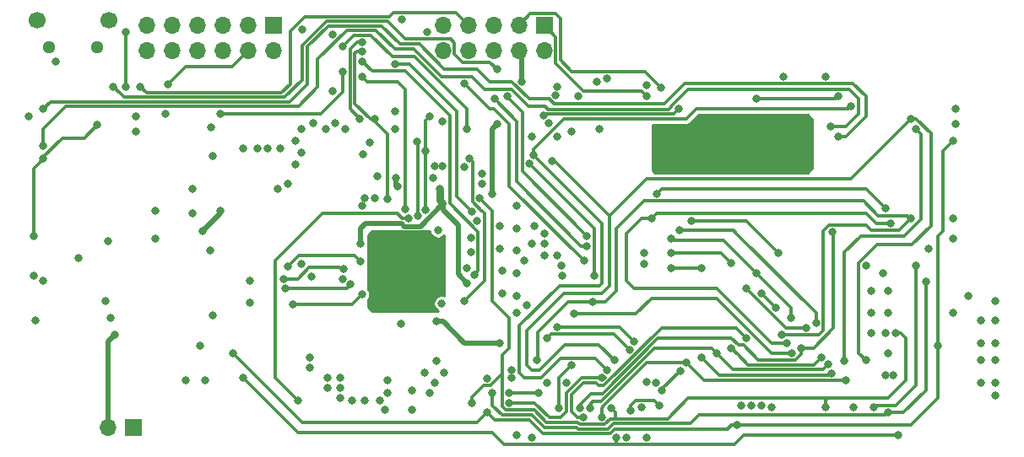
<source format=gbl>
%TF.GenerationSoftware,KiCad,Pcbnew,5.1.10*%
%TF.CreationDate,2021-08-25T21:36:30+02:00*%
%TF.ProjectId,epaper-breakout,65706170-6572-42d6-9272-65616b6f7574,rev?*%
%TF.SameCoordinates,Original*%
%TF.FileFunction,Copper,L4,Bot*%
%TF.FilePolarity,Positive*%
%FSLAX46Y46*%
G04 Gerber Fmt 4.6, Leading zero omitted, Abs format (unit mm)*
G04 Created by KiCad (PCBNEW 5.1.10) date 2021-08-25 21:36:30*
%MOMM*%
%LPD*%
G01*
G04 APERTURE LIST*
%TA.AperFunction,ComponentPad*%
%ADD10O,1.700000X1.700000*%
%TD*%
%TA.AperFunction,ComponentPad*%
%ADD11R,1.700000X1.700000*%
%TD*%
%TA.AperFunction,ComponentPad*%
%ADD12C,1.290000*%
%TD*%
%TA.AperFunction,ComponentPad*%
%ADD13C,1.700000*%
%TD*%
%TA.AperFunction,ComponentPad*%
%ADD14C,0.800000*%
%TD*%
%TA.AperFunction,ComponentPad*%
%ADD15C,0.508000*%
%TD*%
%TA.AperFunction,ViaPad*%
%ADD16C,0.800000*%
%TD*%
%TA.AperFunction,Conductor*%
%ADD17C,0.500000*%
%TD*%
%TA.AperFunction,Conductor*%
%ADD18C,0.300000*%
%TD*%
%TA.AperFunction,Conductor*%
%ADD19C,0.750000*%
%TD*%
%TA.AperFunction,Conductor*%
%ADD20C,0.254000*%
%TD*%
%TA.AperFunction,Conductor*%
%ADD21C,0.100000*%
%TD*%
G04 APERTURE END LIST*
D10*
X34960000Y-62000000D03*
D11*
X37500000Y-62000000D03*
D12*
X33925000Y-23765000D03*
X29075000Y-23765000D03*
D13*
X35100000Y-21065000D03*
X27900000Y-21065000D03*
D14*
X93500000Y-32020000D03*
X93500000Y-33020000D03*
X93500000Y-34020000D03*
X93500000Y-35020000D03*
X93500000Y-36020000D03*
X94500000Y-36020000D03*
X94500000Y-35020000D03*
X94500000Y-34020000D03*
X94500000Y-33020000D03*
X94500000Y-32020000D03*
X96500000Y-32020000D03*
X96500000Y-33020000D03*
X96500000Y-34020000D03*
X96500000Y-35020000D03*
X96500000Y-36020000D03*
X95500000Y-36020000D03*
X95500000Y-35020000D03*
X95500000Y-34020000D03*
X95500000Y-33020000D03*
X95500000Y-32020000D03*
X97500000Y-36020000D03*
X97500000Y-35020000D03*
X97500000Y-34020000D03*
X97500000Y-33020000D03*
X97500000Y-32020000D03*
D15*
X63449200Y-47802800D03*
X63449200Y-47015400D03*
X63449200Y-46228000D03*
X63449200Y-45440600D03*
X63449200Y-44653200D03*
X64236600Y-47802800D03*
X64236600Y-47015400D03*
X64236600Y-46228000D03*
X64236600Y-45440600D03*
X64236600Y-44653200D03*
X65024000Y-47802800D03*
X65024000Y-47015400D03*
X65024000Y-46228000D03*
X65024000Y-45440600D03*
X65024000Y-44653200D03*
X65811400Y-47802800D03*
X65811400Y-47015400D03*
X65811400Y-46228000D03*
X65811400Y-45440600D03*
X65811400Y-44653200D03*
X66598800Y-47802800D03*
X66598800Y-47015400D03*
X66598800Y-46228000D03*
X66598800Y-45440600D03*
X66598800Y-44653200D03*
D10*
X68580000Y-24130000D03*
X68580000Y-21590000D03*
X71120000Y-24130000D03*
X71120000Y-21590000D03*
X73660000Y-24130000D03*
X73660000Y-21590000D03*
X76200000Y-24130000D03*
X76200000Y-21590000D03*
X78740000Y-24130000D03*
D11*
X78740000Y-21590000D03*
D10*
X38887400Y-24180800D03*
X38887400Y-21640800D03*
X41427400Y-24180800D03*
X41427400Y-21640800D03*
X43967400Y-24180800D03*
X43967400Y-21640800D03*
X46507400Y-24180800D03*
X46507400Y-21640800D03*
X49047400Y-24180800D03*
X49047400Y-21640800D03*
X51587400Y-24180800D03*
D11*
X51587400Y-21640800D03*
D16*
X70993000Y-46022000D03*
X71374000Y-44402000D03*
X68072000Y-42164000D03*
X64367281Y-51584663D03*
X68451743Y-49531257D03*
X58800000Y-32000000D03*
X61200000Y-33400000D03*
X60600000Y-34600000D03*
X57800000Y-31400000D03*
X56800000Y-32000000D03*
X55600000Y-31400000D03*
X54400000Y-32000000D03*
X53800000Y-33200000D03*
X54400000Y-34400000D03*
X53800000Y-35600000D03*
X88496546Y-59999361D03*
X89000000Y-57420001D03*
X100495195Y-59760678D03*
X101500000Y-60000000D03*
X98530655Y-59775198D03*
X113000000Y-56750000D03*
X113750000Y-56750000D03*
X109750000Y-60000000D03*
X117250000Y-44000000D03*
X120000000Y-30000000D03*
X124000000Y-49250000D03*
X122500000Y-51250000D03*
X124000000Y-51250000D03*
X122500000Y-53500000D03*
X124000000Y-53500000D03*
X122500000Y-55250000D03*
X124000000Y-55250000D03*
X122500000Y-57500000D03*
X124000000Y-57500000D03*
X124000000Y-58750000D03*
X112750000Y-46500000D03*
X113250000Y-48250000D03*
X113250000Y-50500000D03*
X113000000Y-52500000D03*
X113250000Y-54500000D03*
X111500000Y-52500000D03*
X111500000Y-50500000D03*
X111500000Y-48250000D03*
X111040000Y-45750000D03*
X76000000Y-62750000D03*
X57500000Y-28250000D03*
X57500000Y-22500000D03*
X88790000Y-44500000D03*
X88738678Y-45559058D03*
X63854000Y-36896000D03*
X62015534Y-36765534D03*
X67604000Y-36896000D03*
X72500000Y-36500000D03*
X68500000Y-35750000D03*
X70717487Y-35798770D03*
X64000000Y-37750000D03*
X72500000Y-37500000D03*
X67750000Y-35750000D03*
X54396686Y-45604099D03*
X58496777Y-47094403D03*
X55438000Y-46812000D03*
X49250000Y-49500000D03*
X49250000Y-47250000D03*
X45500000Y-50750000D03*
X45250000Y-44250000D03*
X42750000Y-57250000D03*
X44250000Y-53750000D03*
X44750000Y-57250000D03*
X89000001Y-27601645D03*
X85048770Y-26967487D03*
X62750000Y-60250000D03*
X65500000Y-60250000D03*
X66750000Y-56500000D03*
X68658999Y-56500000D03*
X73000000Y-57040000D03*
X67750000Y-57500000D03*
X67944000Y-55306000D03*
X67250000Y-58500000D03*
X76000000Y-39750000D03*
X76000000Y-42000000D03*
X76000000Y-44250000D03*
X76000000Y-46500000D03*
X76000000Y-48750000D03*
X77000000Y-49750000D03*
X74250000Y-41750000D03*
X74250000Y-44000000D03*
X74500000Y-48500000D03*
X74500000Y-46250000D03*
X55250000Y-55000000D03*
X55250000Y-56000000D03*
X80540000Y-46750000D03*
X80500000Y-45750000D03*
X78750000Y-42500000D03*
X78739998Y-43500000D03*
X77750000Y-41750000D03*
X77500000Y-43500000D03*
X107000000Y-26750000D03*
X54500000Y-22000000D03*
X76000000Y-50500000D03*
X81500000Y-32250000D03*
X80000000Y-32750000D03*
X80000000Y-27750000D03*
X79877046Y-28622954D03*
X43500000Y-38000000D03*
X43500000Y-40500000D03*
X45300758Y-31817152D03*
X45500000Y-34750000D03*
X48500000Y-34000000D03*
X50000000Y-34000000D03*
X51000000Y-34000000D03*
X52250000Y-34000000D03*
X40750000Y-30500000D03*
X37750000Y-30750000D03*
X37750000Y-32250000D03*
X67000000Y-22250000D03*
X79215111Y-31465112D03*
X35000000Y-43250000D03*
X32000000Y-45000000D03*
X27500000Y-46750000D03*
X29750000Y-25250000D03*
X27000000Y-30750000D03*
X27750000Y-51250000D03*
X28500000Y-47250000D03*
X34750000Y-49250000D03*
X35250000Y-51000000D03*
X39750000Y-43000000D03*
X39750000Y-40250000D03*
X102750000Y-26750000D03*
X77500000Y-63000000D03*
X90000000Y-35500000D03*
X90000000Y-33750000D03*
X102500000Y-35250000D03*
X102500000Y-31500000D03*
X102500000Y-32750000D03*
X60452000Y-48641000D03*
X53500000Y-49663998D03*
X48500000Y-57000000D03*
X114250000Y-62750000D03*
X86000000Y-63000000D03*
X60276746Y-45337029D03*
X84497954Y-56997954D03*
X47500000Y-54500000D03*
X75250000Y-59500000D03*
X73000000Y-60500000D03*
X98060000Y-61750000D03*
X118250000Y-53750000D03*
X53000000Y-45840002D03*
X119727399Y-33227399D03*
X111750000Y-60000000D03*
X115977399Y-45727399D03*
X65123990Y-41021000D03*
X78210000Y-58500000D03*
X73500000Y-58500000D03*
X75250000Y-58500000D03*
X113250000Y-60500000D03*
X117000000Y-47334000D03*
X54000000Y-59250000D03*
X74000000Y-26000000D03*
X35500000Y-27750000D03*
X79000000Y-53000000D03*
X87309167Y-54186740D03*
X100500000Y-48500000D03*
X102000000Y-50000000D03*
X80000000Y-51890001D03*
X87752046Y-53335000D03*
X115500000Y-41000000D03*
X102584593Y-52710000D03*
X78000000Y-55250000D03*
X77246837Y-35507381D03*
X83625000Y-49375000D03*
X83750000Y-46750000D03*
X89500000Y-41000000D03*
X113500000Y-41500000D03*
X103060000Y-53559693D03*
X80240175Y-60049128D03*
X81500000Y-55750000D03*
X113000000Y-40000000D03*
X90000000Y-38500000D03*
X103560000Y-54500000D03*
X81700000Y-50550000D03*
X104500000Y-54000000D03*
X82337764Y-60060002D03*
X107650000Y-42350000D03*
X100000000Y-46500000D03*
X91500000Y-43000000D03*
X103500000Y-51000000D03*
X99000000Y-48000000D03*
X105002046Y-51997954D03*
X98997954Y-53002046D03*
X82651524Y-60967282D03*
X106500000Y-55000000D03*
X97500000Y-45500000D03*
X91500000Y-44500000D03*
X97497954Y-54002046D03*
X107178824Y-55678824D03*
X96000000Y-54500000D03*
X83297761Y-60057560D03*
X107528503Y-56572876D03*
X91500000Y-46000000D03*
X94500000Y-46000000D03*
X94500000Y-55000000D03*
X93000000Y-55500000D03*
X109000000Y-57250000D03*
X84479991Y-60967283D03*
X85490000Y-60058571D03*
X72250000Y-39000000D03*
X71500000Y-59500000D03*
X107000000Y-60000000D03*
X114000000Y-52500000D03*
X116000000Y-32000000D03*
X85032980Y-56200865D03*
X77625000Y-34625000D03*
X109500000Y-29750000D03*
X108833931Y-55338023D03*
X115500000Y-31000000D03*
X87422677Y-60327322D03*
X90250000Y-59750000D03*
X111000000Y-55250000D03*
X85752046Y-55252046D03*
X79500000Y-35250000D03*
X105997954Y-51497954D03*
X92373227Y-56290000D03*
X92289999Y-42210001D03*
X100000000Y-29000000D03*
X108250000Y-28750000D03*
X90530101Y-58290188D03*
X83000000Y-43750000D03*
X73750000Y-29000000D03*
X83000000Y-42750000D03*
X75000000Y-28750000D03*
X82750000Y-45250000D03*
X70750000Y-27478677D03*
X90420001Y-27835010D03*
X36750000Y-22250000D03*
X36750000Y-27750000D03*
X89000000Y-28750000D03*
X108250000Y-32750000D03*
X28500000Y-30000000D03*
X107500000Y-31750000D03*
X28500000Y-33750000D03*
X67945000Y-51333000D03*
X84250000Y-32000000D03*
X63750000Y-32000000D03*
X63750000Y-30250000D03*
X74267874Y-53500000D03*
X78750000Y-44750000D03*
X76750000Y-45250000D03*
X80000000Y-44750000D03*
X84000000Y-27250000D03*
X82153340Y-28708234D03*
X77500000Y-32750000D03*
X64482323Y-21017677D03*
X68500000Y-31250000D03*
X65500000Y-58250000D03*
X58250000Y-57000000D03*
X57000000Y-57000000D03*
X57000000Y-58000000D03*
X58250000Y-59000000D03*
X58250000Y-58000000D03*
X59500000Y-59250000D03*
X63000000Y-57250000D03*
X60750000Y-59250000D03*
X62250000Y-59250000D03*
X63000000Y-58500000D03*
X72004092Y-41250000D03*
X71387944Y-42926000D03*
X60750000Y-39000000D03*
X61750000Y-39000000D03*
X60500000Y-39750000D03*
X73500000Y-38500000D03*
X53000000Y-37500000D03*
X52000000Y-38000000D03*
X74002046Y-31497954D03*
X76502046Y-27247954D03*
X87000000Y-63000000D03*
X89000000Y-63000000D03*
X80990000Y-57500000D03*
X79000000Y-57500000D03*
X89954587Y-57521822D03*
X99502965Y-59809303D03*
X119750000Y-43000000D03*
X119750000Y-41000000D03*
X120000000Y-31500000D03*
X119750000Y-50500000D03*
X75448895Y-56250000D03*
X121250000Y-48750000D03*
X75448895Y-57000000D03*
X35645000Y-52645000D03*
X46250000Y-40250000D03*
X44500000Y-42250000D03*
X27500000Y-42750000D03*
X28500000Y-35000000D03*
X33877000Y-31623000D03*
X102250000Y-44500000D03*
X93500000Y-41250000D03*
X92252046Y-30002046D03*
X38250000Y-27750000D03*
X78691694Y-30660353D03*
X68540000Y-39451000D03*
X60326257Y-43559743D03*
X70993000Y-47498000D03*
X68250000Y-38000000D03*
X66041637Y-40720981D03*
X65949198Y-33250000D03*
X66802000Y-40132000D03*
X67250000Y-30750000D03*
X66802000Y-34198000D03*
X58500000Y-26250000D03*
X46250000Y-30500000D03*
X41000000Y-27500000D03*
X60500000Y-24250000D03*
X61750000Y-31000000D03*
X62992000Y-39008000D03*
X70739000Y-49276000D03*
X60250000Y-31000000D03*
X71250000Y-35000000D03*
X60500000Y-23289997D03*
X52629276Y-47047619D03*
X58601000Y-46101000D03*
X52750000Y-48000000D03*
X59314705Y-47596994D03*
X71000000Y-32000000D03*
X58500000Y-23750000D03*
X71697945Y-46673657D03*
X60500000Y-25250000D03*
X63750000Y-25500000D03*
X71472553Y-40277447D03*
X64816000Y-40028224D03*
X60500000Y-26750000D03*
D17*
X63854000Y-37604000D02*
X64000000Y-37750000D01*
X63854000Y-36896000D02*
X63854000Y-37604000D01*
D18*
X48500000Y-57000000D02*
X53000000Y-61500000D01*
X96289999Y-63710001D02*
X97789999Y-63710001D01*
X97789999Y-63710001D02*
X98750000Y-62750000D01*
X98750000Y-62750000D02*
X114250000Y-62750000D01*
X59429002Y-49663998D02*
X60452000Y-48641000D01*
X53500000Y-49663998D02*
X59429002Y-49663998D01*
X54000000Y-62500000D02*
X53000000Y-61500000D01*
X73500000Y-62500000D02*
X54000000Y-62500000D01*
X73500000Y-62500000D02*
X74710001Y-63710001D01*
X74710001Y-63710001D02*
X84789999Y-63710001D01*
X84960001Y-63710001D02*
X85210001Y-63710001D01*
X84789999Y-63710001D02*
X84960001Y-63710001D01*
X86000000Y-63670002D02*
X86039999Y-63710001D01*
X86000000Y-63000000D02*
X86000000Y-63670002D01*
X86039999Y-63710001D02*
X96289999Y-63710001D01*
X85210001Y-63710001D02*
X86039999Y-63710001D01*
X82502046Y-56997954D02*
X84497954Y-56997954D01*
X81000000Y-60340802D02*
X81000000Y-58500000D01*
X81000000Y-58500000D02*
X82502046Y-56997954D01*
X84497954Y-56997954D02*
X84851494Y-56997954D01*
X81000000Y-60340802D02*
X80340801Y-61000001D01*
X98060000Y-61750000D02*
X113750000Y-61750000D01*
X113750000Y-61750000D02*
X115500000Y-61750000D01*
X118250000Y-59000000D02*
X118250000Y-53750000D01*
X115500000Y-61750000D02*
X118250000Y-59000000D01*
X77749998Y-59500000D02*
X79249999Y-61000001D01*
X75250000Y-59500000D02*
X77749998Y-59500000D01*
X80340801Y-61000001D02*
X79249999Y-61000001D01*
X53000000Y-45840002D02*
X54090002Y-44750000D01*
X59689717Y-44750000D02*
X60276746Y-45337029D01*
X54090002Y-44750000D02*
X59689717Y-44750000D01*
X72000000Y-61500000D02*
X73000000Y-60500000D01*
X54500000Y-61500000D02*
X72000000Y-61500000D01*
X47500000Y-54500000D02*
X54500000Y-61500000D01*
X118250000Y-50000000D02*
X118250000Y-53750000D01*
X118750000Y-42250000D02*
X118250000Y-42750000D01*
X118250000Y-42750000D02*
X118250000Y-50000000D01*
X118750000Y-34204798D02*
X118750000Y-42250000D01*
X119727399Y-33227399D02*
X118750000Y-34204798D01*
X97112707Y-62137293D02*
X97500000Y-61750000D01*
X85811905Y-62137293D02*
X97112707Y-62137293D01*
X85351895Y-62597303D02*
X85811905Y-62137293D01*
X78597303Y-62597303D02*
X85351895Y-62597303D01*
X77250000Y-61250000D02*
X78597303Y-62597303D01*
X97500000Y-61750000D02*
X98060000Y-61750000D01*
X73750000Y-61250000D02*
X77250000Y-61250000D01*
X73000000Y-60500000D02*
X73750000Y-61250000D01*
X114000000Y-59750000D02*
X112000000Y-59750000D01*
X112000000Y-59750000D02*
X111750000Y-60000000D01*
X116000000Y-57750000D02*
X114000000Y-59750000D01*
X116000000Y-51500000D02*
X116000000Y-57750000D01*
X115977399Y-51477399D02*
X116000000Y-51500000D01*
X115977399Y-45727399D02*
X115977399Y-51477399D01*
X78210000Y-58500000D02*
X75250000Y-58500000D01*
X117000000Y-58250000D02*
X117000000Y-51000000D01*
X117000000Y-51000000D02*
X117000000Y-49750000D01*
X113250000Y-60500000D02*
X114750000Y-60500000D01*
X114750000Y-60500000D02*
X117000000Y-58250000D01*
X117000000Y-49750000D02*
X117000000Y-47334000D01*
X65071980Y-40968990D02*
X64468990Y-40968990D01*
X65123990Y-41021000D02*
X65071980Y-40968990D01*
X64468990Y-40968990D02*
X64000000Y-40500000D01*
X64000000Y-40500000D02*
X58356813Y-40500000D01*
X58356813Y-40500000D02*
X56500000Y-40500000D01*
X56500000Y-40500000D02*
X51750000Y-45250000D01*
X51750000Y-45250000D02*
X51750000Y-57000000D01*
X51750000Y-57000000D02*
X54000000Y-59250000D01*
X113000000Y-60750000D02*
X113250000Y-60500000D01*
X94250000Y-60750000D02*
X113000000Y-60750000D01*
X93432953Y-61567047D02*
X94250000Y-60750000D01*
X85682953Y-61567047D02*
X93432953Y-61567047D01*
X81982888Y-62000000D02*
X82120181Y-62137293D01*
X85112707Y-62137293D02*
X85682953Y-61567047D01*
X74500000Y-60750000D02*
X77500000Y-60750000D01*
X82120181Y-62137293D02*
X85112707Y-62137293D01*
X77500000Y-60750000D02*
X78750000Y-62000000D01*
X73500000Y-59750000D02*
X74500000Y-60750000D01*
X78750000Y-62000000D02*
X81982888Y-62000000D01*
X73500000Y-58500000D02*
X73500000Y-59750000D01*
X36250000Y-28500000D02*
X35500000Y-27750000D01*
X63009968Y-21199966D02*
X56899481Y-21199967D01*
X73290001Y-25290001D02*
X70540001Y-25290001D01*
X70540001Y-25290001D02*
X69740001Y-24490001D01*
X74000000Y-26000000D02*
X73290001Y-25290001D01*
X69356799Y-22969999D02*
X64780001Y-22969999D01*
X69740001Y-24490001D02*
X69740001Y-23353201D01*
X52670020Y-28829980D02*
X36579980Y-28829980D01*
X69740001Y-23353201D02*
X69356799Y-22969999D01*
X64780001Y-22969999D02*
X63009968Y-21199966D01*
X36579980Y-28829980D02*
X36250000Y-28500000D01*
X56899481Y-21199967D02*
X54424724Y-23674724D01*
X54424724Y-23674724D02*
X54424724Y-27075276D01*
X54424724Y-27075276D02*
X52670020Y-28829980D01*
X79399999Y-52600001D02*
X79000000Y-53000000D01*
X83850001Y-52600001D02*
X79649999Y-52600001D01*
X79649999Y-52600001D02*
X79399999Y-52600001D01*
X83850001Y-52600001D02*
X84492353Y-52600001D01*
X85350001Y-52600001D02*
X84492353Y-52600001D01*
X85722428Y-52600001D02*
X85350001Y-52600001D01*
X87309167Y-54186740D02*
X85722428Y-52600001D01*
X102000000Y-50000000D02*
X100500000Y-48500000D01*
X85140001Y-51890001D02*
X80000000Y-51890001D01*
X86307047Y-51890001D02*
X87752046Y-53335000D01*
X85140001Y-51890001D02*
X86307047Y-51890001D01*
X114289999Y-42210001D02*
X115500000Y-41000000D01*
X111559449Y-42210001D02*
X114289999Y-42210001D01*
X110989447Y-41639999D02*
X111559449Y-42210001D01*
X106707955Y-42241243D02*
X107309199Y-41639999D01*
X107309199Y-41639999D02*
X110989447Y-41639999D01*
X106707955Y-52292045D02*
X106707955Y-42241243D01*
X106290000Y-52710000D02*
X106707955Y-52292045D01*
X102584593Y-52710000D02*
X106290000Y-52710000D01*
X78100001Y-54350001D02*
X78100001Y-52399999D01*
X78100001Y-55149999D02*
X78000000Y-55250000D01*
X78100001Y-54350001D02*
X78100001Y-55149999D01*
X115210001Y-40710001D02*
X115500000Y-41000000D01*
X112210001Y-40710001D02*
X115210001Y-40710001D01*
X110750000Y-39250000D02*
X112210001Y-40710001D01*
X78100001Y-52399999D02*
X80875000Y-49625000D01*
X86000000Y-42000000D02*
X88750000Y-39250000D01*
X86000000Y-44500000D02*
X86000000Y-42000000D01*
X88750000Y-39250000D02*
X110750000Y-39250000D01*
X80875000Y-49625000D02*
X81125000Y-49375000D01*
X86000000Y-48250000D02*
X86000000Y-44500000D01*
X84875000Y-49375000D02*
X86000000Y-48250000D01*
X77246837Y-35507381D02*
X83250000Y-41510544D01*
X83625000Y-49375000D02*
X84875000Y-49375000D01*
X81125000Y-49375000D02*
X83625000Y-49375000D01*
X83750000Y-46750000D02*
X83750000Y-42000000D01*
X83739456Y-42000000D02*
X83250000Y-41510544D01*
X83750000Y-42000000D02*
X83739456Y-42000000D01*
X80240175Y-57009825D02*
X81500000Y-55750000D01*
X80240175Y-60049128D02*
X80240175Y-57009825D01*
X112000000Y-41500000D02*
X113500000Y-41500000D01*
X111000000Y-40500000D02*
X112000000Y-41500000D01*
X90000000Y-40500000D02*
X111000000Y-40500000D01*
X89500000Y-41000000D02*
X90000000Y-40500000D01*
X88500000Y-41000000D02*
X89500000Y-41000000D01*
X87000000Y-42500000D02*
X88500000Y-41000000D01*
X87750000Y-48000000D02*
X87000000Y-47250000D01*
X96000000Y-48000000D02*
X87750000Y-48000000D01*
X101559693Y-53559693D02*
X96000000Y-48000000D01*
X103060000Y-53559693D02*
X101559693Y-53559693D01*
X87000000Y-47250000D02*
X87000000Y-42500000D01*
X113000000Y-40000000D02*
X111500000Y-38500000D01*
X96000000Y-49000000D02*
X89500000Y-49000000D01*
X101500000Y-54500000D02*
X96000000Y-49000000D01*
X103560000Y-54500000D02*
X101500000Y-54500000D01*
X90000000Y-38500000D02*
X90500000Y-38000000D01*
X90500000Y-38000000D02*
X111000000Y-38000000D01*
X111000000Y-38000000D02*
X111500000Y-38500000D01*
X87950000Y-50550000D02*
X89500000Y-49000000D01*
X81700000Y-50550000D02*
X87950000Y-50550000D01*
X103900801Y-55210001D02*
X104500000Y-54610802D01*
X98212047Y-53712047D02*
X98712047Y-53712047D01*
X104500000Y-54610802D02*
X104500000Y-54000000D01*
X98712047Y-53712047D02*
X100210001Y-55210001D01*
X97500000Y-53000000D02*
X98212047Y-53712047D01*
X100210001Y-55210001D02*
X103900801Y-55210001D01*
X90150552Y-53000000D02*
X97500000Y-53000000D01*
X83424724Y-58575276D02*
X84575276Y-58575276D01*
X82500000Y-59500000D02*
X83424724Y-58575276D01*
X84575276Y-58575276D02*
X90150552Y-53000000D01*
X82337764Y-59662236D02*
X82500000Y-59500000D01*
X82337764Y-60060002D02*
X82337764Y-59662236D01*
X104500000Y-54000000D02*
X105750000Y-54000000D01*
X105750000Y-54000000D02*
X107750000Y-52000000D01*
X107750000Y-42450000D02*
X107650000Y-42350000D01*
X107750000Y-52000000D02*
X107750000Y-42450000D01*
X100000000Y-46500000D02*
X103000000Y-49500000D01*
X96710001Y-43210001D02*
X100000000Y-46500000D01*
X91710001Y-43210001D02*
X92289999Y-43210001D01*
X91500000Y-43000000D02*
X91710001Y-43210001D01*
X92289999Y-43210001D02*
X96710001Y-43210001D01*
X103000000Y-49500000D02*
X103500000Y-50000000D01*
X103500000Y-50000000D02*
X103500000Y-51000000D01*
X99000000Y-48050802D02*
X102949198Y-52000000D01*
X99000000Y-48000000D02*
X99000000Y-48050802D01*
X105000000Y-52000000D02*
X105002046Y-51997954D01*
X102949198Y-52000000D02*
X105000000Y-52000000D01*
X90500000Y-52000000D02*
X97995908Y-52000000D01*
X84724599Y-57775401D02*
X90500000Y-52000000D01*
X97995908Y-52000000D02*
X98997954Y-53002046D01*
X83949198Y-57500000D02*
X84224599Y-57775401D01*
X84224599Y-57775401D02*
X84724599Y-57775401D01*
X82650552Y-57500000D02*
X83949198Y-57500000D01*
X81500000Y-58650552D02*
X82650552Y-57500000D01*
X81500000Y-60381443D02*
X81500000Y-60000000D01*
X82085839Y-60967282D02*
X81500000Y-60381443D01*
X82651524Y-60967282D02*
X82085839Y-60967282D01*
X81500000Y-60000000D02*
X81500000Y-58650552D01*
X105789999Y-55710001D02*
X100710001Y-55710001D01*
X106500000Y-55000000D02*
X105789999Y-55710001D01*
X96500000Y-44500000D02*
X97500000Y-45500000D01*
X91500000Y-44500000D02*
X92500000Y-44500000D01*
X92500000Y-44500000D02*
X96500000Y-44500000D01*
X100710001Y-55710001D02*
X99210001Y-55710001D01*
X98245908Y-54750000D02*
X98250000Y-54750000D01*
X97497954Y-54002046D02*
X98245908Y-54750000D01*
X99210001Y-55710001D02*
X98250000Y-54750000D01*
X106687637Y-56170011D02*
X107178824Y-55678824D01*
X89801104Y-54000000D02*
X95500000Y-54000000D01*
X95500000Y-54000000D02*
X97670011Y-56170011D01*
X97670011Y-56170011D02*
X106687637Y-56170011D01*
X83297761Y-60057560D02*
X83297761Y-59702239D01*
X83599448Y-59400552D02*
X84400552Y-59400552D01*
X83297761Y-59702239D02*
X83599448Y-59400552D01*
X84400552Y-59400552D02*
X89801104Y-54000000D01*
X107528503Y-56572876D02*
X107349366Y-56752013D01*
X107349366Y-56752013D02*
X105247987Y-56752013D01*
X107109727Y-56752013D02*
X105247987Y-56752013D01*
X91500000Y-46000000D02*
X94500000Y-46000000D01*
X96252013Y-56752013D02*
X95000000Y-55500000D01*
X105247987Y-56752013D02*
X97752013Y-56752013D01*
X97752013Y-56752013D02*
X96252013Y-56752013D01*
X94500000Y-55000000D02*
X95000000Y-55500000D01*
X97282877Y-57282877D02*
X96282877Y-57282877D01*
X108186285Y-57282877D02*
X97282877Y-57282877D01*
X96282877Y-57282877D02*
X94782877Y-57282877D01*
X94782877Y-57282877D02*
X93500000Y-56000000D01*
X93000000Y-55500000D02*
X93500000Y-56000000D01*
X89000000Y-55500000D02*
X84670011Y-59829989D01*
X93000000Y-55500000D02*
X89000000Y-55500000D01*
X108967123Y-57282877D02*
X109000000Y-57250000D01*
X108186285Y-57282877D02*
X108967123Y-57282877D01*
X84479991Y-60020009D02*
X84670011Y-59829989D01*
X84479991Y-60967283D02*
X84479991Y-60020009D01*
X107000000Y-59250000D02*
X107000000Y-60000000D01*
X107199323Y-59050677D02*
X107000000Y-59250000D01*
X114500000Y-52500000D02*
X114000000Y-52500000D01*
X115000000Y-53000000D02*
X114500000Y-52500000D01*
X115000000Y-57250000D02*
X115000000Y-53000000D01*
X113199323Y-59050677D02*
X115000000Y-57250000D01*
X107199323Y-59050677D02*
X113199323Y-59050677D01*
X74539999Y-56550803D02*
X74539999Y-55960001D01*
X73340801Y-57750001D02*
X74539999Y-56550803D01*
X72684314Y-57750001D02*
X73340801Y-57750001D01*
X71500000Y-58934315D02*
X72684314Y-57750001D01*
X71500000Y-59500000D02*
X71500000Y-58934315D01*
X96949323Y-59050677D02*
X107199323Y-59050677D01*
X93199323Y-59050677D02*
X96949323Y-59050677D01*
X91142963Y-61107037D02*
X93199323Y-59050677D01*
X85857037Y-61107037D02*
X85857037Y-60425608D01*
X85857037Y-60425608D02*
X85490000Y-60058571D01*
X85857037Y-61107037D02*
X91142963Y-61107037D01*
X84786791Y-61677283D02*
X85357037Y-61107037D01*
X82310723Y-61677283D02*
X84786791Y-61677283D01*
X82093451Y-61460011D02*
X82310723Y-61677283D01*
X85357037Y-61107037D02*
X85857037Y-61107037D01*
X78960011Y-61460011D02*
X82093451Y-61460011D01*
X77710001Y-60210001D02*
X78960011Y-61460011D01*
X74909199Y-60210001D02*
X77710001Y-60210001D01*
X74539999Y-59840801D02*
X74909199Y-60210001D01*
X74539999Y-55960001D02*
X74539999Y-59840801D01*
X73500000Y-40250000D02*
X72250000Y-39000000D01*
X73500000Y-49250000D02*
X73500000Y-40250000D01*
X75250000Y-51000000D02*
X73500000Y-49250000D01*
X75250000Y-54000000D02*
X75250000Y-51000000D01*
X74539999Y-54710001D02*
X75250000Y-54000000D01*
X74539999Y-55960001D02*
X74539999Y-54710001D01*
X77625000Y-34059315D02*
X77625000Y-34625000D01*
X80684315Y-31000000D02*
X77625000Y-34059315D01*
X78000000Y-35000000D02*
X77625000Y-34625000D01*
X84250000Y-47750000D02*
X84500000Y-47500000D01*
X80250000Y-47750000D02*
X84250000Y-47750000D01*
X84500000Y-47500000D02*
X84500000Y-41500000D01*
X76250000Y-51750000D02*
X80250000Y-47750000D01*
X76250000Y-56500000D02*
X76250000Y-51750000D01*
X76750000Y-57000000D02*
X76250000Y-56500000D01*
X83872114Y-55039999D02*
X80409199Y-55039999D01*
X84500000Y-41500000D02*
X78000000Y-35000000D01*
X78449198Y-57000000D02*
X76750000Y-57000000D01*
X80409199Y-55039999D02*
X78449198Y-57000000D01*
X85032980Y-56200865D02*
X83872114Y-55039999D01*
X92250000Y-31000000D02*
X93000000Y-31000000D01*
X92250000Y-31000000D02*
X80684315Y-31000000D01*
X93000000Y-31000000D02*
X94000000Y-30000000D01*
X109250000Y-30000000D02*
X109500000Y-29750000D01*
X94000000Y-30000000D02*
X109250000Y-30000000D01*
X116500000Y-32500000D02*
X116000000Y-32000000D01*
X108833931Y-44416069D02*
X110500000Y-42750000D01*
X116500000Y-41050802D02*
X116500000Y-32500000D01*
X114800802Y-42750000D02*
X116500000Y-41050802D01*
X110500000Y-42750000D02*
X114800802Y-42750000D01*
X108833931Y-55338023D02*
X108833931Y-44416069D01*
X89789360Y-59289360D02*
X90250000Y-59750000D01*
X87894954Y-59289360D02*
X89789360Y-59289360D01*
X87422677Y-59761637D02*
X87894954Y-59289360D01*
X87422677Y-60327322D02*
X87422677Y-59761637D01*
X116050802Y-31000000D02*
X115500000Y-31000000D01*
X117500000Y-32449198D02*
X116050802Y-31000000D01*
X117500000Y-41750000D02*
X117500000Y-32449198D01*
X115625000Y-43625000D02*
X117500000Y-41750000D01*
X110250000Y-45500000D02*
X112125000Y-43625000D01*
X112125000Y-43625000D02*
X115625000Y-43625000D01*
X110250000Y-54500000D02*
X110250000Y-45500000D01*
X111000000Y-55250000D02*
X110250000Y-54500000D01*
X109500000Y-37000000D02*
X115500000Y-31000000D01*
X85250000Y-47750000D02*
X85250000Y-41500000D01*
X84500000Y-48500000D02*
X85250000Y-47750000D01*
X80750000Y-48500000D02*
X84500000Y-48500000D01*
X77000000Y-52250000D02*
X80750000Y-48500000D01*
X77000000Y-55750000D02*
X77000000Y-52250000D01*
X77500000Y-56250000D02*
X77000000Y-55750000D01*
X78250000Y-56250000D02*
X77500000Y-56250000D01*
X84210001Y-53710001D02*
X80789999Y-53710001D01*
X80789999Y-53710001D02*
X78250000Y-56250000D01*
X85752046Y-55252046D02*
X84210001Y-53710001D01*
X85250000Y-41500000D02*
X85250000Y-40750000D01*
X79750000Y-35250000D02*
X79500000Y-35250000D01*
X85250000Y-40750000D02*
X79750000Y-35250000D01*
X89000000Y-37000000D02*
X91250000Y-37000000D01*
X85250000Y-40750000D02*
X89000000Y-37000000D01*
X91250000Y-37000000D02*
X109500000Y-37000000D01*
X105997954Y-51497954D02*
X105997954Y-50502046D01*
X105997954Y-50502046D02*
X97995908Y-42500000D01*
X97995908Y-42500000D02*
X97995908Y-42495908D01*
X97710001Y-42210001D02*
X92289999Y-42210001D01*
X97995908Y-42495908D02*
X97710001Y-42210001D01*
X108000000Y-29000000D02*
X108250000Y-28750000D01*
X100000000Y-29000000D02*
X108000000Y-29000000D01*
X90530101Y-58133126D02*
X92373227Y-56290000D01*
X90530101Y-58290188D02*
X90530101Y-58133126D01*
X83000000Y-43750000D02*
X82434315Y-43750000D01*
X75967158Y-31217158D02*
X73750000Y-29000000D01*
X75967158Y-37282842D02*
X75967158Y-31217158D01*
X82434315Y-43750000D02*
X75967158Y-37282842D01*
X76536836Y-36286836D02*
X83000000Y-42750000D01*
X76536836Y-30286836D02*
X76536836Y-36286836D01*
X75250000Y-29000000D02*
X75000000Y-28750000D01*
X75250000Y-29000000D02*
X76536836Y-30286836D01*
X71750000Y-28478677D02*
X70750000Y-27478677D01*
X71750000Y-28500000D02*
X71750000Y-28478677D01*
X82750000Y-45250000D02*
X75250000Y-37750000D01*
X75250000Y-37750000D02*
X75250000Y-31500000D01*
X73699198Y-30000000D02*
X73250000Y-30000000D01*
X75199198Y-31500000D02*
X73699198Y-30000000D01*
X75250000Y-31500000D02*
X75199198Y-31500000D01*
X73250000Y-30000000D02*
X71750000Y-28500000D01*
X77360001Y-20429999D02*
X76200000Y-21590000D01*
X79838001Y-20429999D02*
X77360001Y-20429999D01*
X80360010Y-20952008D02*
X79838001Y-20429999D01*
X80360010Y-25110010D02*
X80360010Y-20952008D01*
X90420001Y-27835010D02*
X88834991Y-26250000D01*
X88834991Y-26250000D02*
X81500000Y-26250000D01*
X81500000Y-26250000D02*
X80360010Y-25110010D01*
X36750000Y-27750000D02*
X36750000Y-25750000D01*
X36750000Y-22250000D02*
X36750000Y-25750000D01*
X79900001Y-22750001D02*
X78740000Y-21590000D01*
X82659199Y-28210001D02*
X79900001Y-25450803D01*
X88460001Y-28210001D02*
X82659199Y-28210001D01*
X79900001Y-25450803D02*
X79900001Y-22750001D01*
X89000000Y-28750000D02*
X88460001Y-28210001D01*
X29210010Y-29289990D02*
X28500000Y-30000000D01*
X53210010Y-29289990D02*
X29210010Y-29289990D01*
X62409976Y-21659976D02*
X57090024Y-21659976D01*
X66199198Y-23500000D02*
X64250000Y-23500000D01*
X108250000Y-32750000D02*
X109000000Y-32750000D01*
X111000000Y-28750000D02*
X109710001Y-27460001D01*
X109000000Y-32750000D02*
X111000000Y-30750000D01*
X64250000Y-23500000D02*
X62409976Y-21659976D01*
X68699198Y-26000000D02*
X66199198Y-23500000D01*
X79250000Y-29000000D02*
X77250000Y-29000000D01*
X109710001Y-27460001D02*
X92789999Y-27460001D01*
X77250000Y-29000000D02*
X75500000Y-27250000D01*
X55000000Y-27500000D02*
X53210010Y-29289990D01*
X92789999Y-27460001D02*
X90789999Y-29460001D01*
X55000000Y-23750000D02*
X55000000Y-27500000D01*
X79710001Y-29460001D02*
X79250000Y-29000000D01*
X57090024Y-21659976D02*
X55000000Y-23750000D01*
X72000000Y-26000000D02*
X68699198Y-26000000D01*
X111000000Y-30750000D02*
X111000000Y-28750000D01*
X75500000Y-27250000D02*
X73250000Y-27250000D01*
X90789999Y-29460001D02*
X79710001Y-29460001D01*
X73250000Y-27250000D02*
X72000000Y-26000000D01*
X110250000Y-30500000D02*
X109000000Y-31750000D01*
X109289999Y-28039999D02*
X110250000Y-29000000D01*
X93163291Y-28039999D02*
X109289999Y-28039999D01*
X79122133Y-30039990D02*
X91210010Y-30039990D01*
X91453290Y-29796710D02*
X91453290Y-29750000D01*
X77170002Y-29750000D02*
X78832143Y-29750000D01*
X75460001Y-28039999D02*
X77170002Y-29750000D01*
X28500000Y-33750000D02*
X28500000Y-32000000D01*
X109000000Y-31750000D02*
X107500000Y-31750000D01*
X54101604Y-29750000D02*
X56025401Y-27826203D01*
X91453290Y-29750000D02*
X93163291Y-28039999D01*
X56025401Y-27826203D02*
X56025401Y-25025401D01*
X78832143Y-29750000D02*
X79122133Y-30039990D01*
X56025401Y-25025401D02*
X58930816Y-22119986D01*
X68419228Y-26768676D02*
X71518676Y-26768676D01*
X110250000Y-29000000D02*
X110250000Y-30500000D01*
X71518676Y-26768676D02*
X72789999Y-28039999D01*
X72789999Y-28039999D02*
X75460001Y-28039999D01*
X58930816Y-22119986D02*
X61869986Y-22119986D01*
X91210010Y-30039990D02*
X91453290Y-29796710D01*
X28500000Y-32000000D02*
X30750000Y-29750000D01*
X61869986Y-22119986D02*
X63750000Y-24000000D01*
X63750000Y-24000000D02*
X65650552Y-24000000D01*
X30750000Y-29750000D02*
X54101604Y-29750000D01*
X65650552Y-24000000D02*
X68419228Y-26768676D01*
D17*
X68583000Y-51333000D02*
X70750000Y-53500000D01*
X67945000Y-51333000D02*
X68583000Y-51333000D01*
X70750000Y-53500000D02*
X74267874Y-53500000D01*
X73500000Y-32000000D02*
X74002046Y-31497954D01*
X73500000Y-38500000D02*
X73500000Y-32000000D01*
X76502046Y-24432046D02*
X76200000Y-24130000D01*
X76502046Y-27247954D02*
X76502046Y-24432046D01*
X34960000Y-53330000D02*
X35645000Y-52645000D01*
X34960000Y-62000000D02*
X34960000Y-53330000D01*
X46250000Y-40500000D02*
X44500000Y-42250000D01*
X46250000Y-40250000D02*
X46250000Y-40500000D01*
D18*
X28125000Y-35375000D02*
X28500000Y-35000000D01*
X27500000Y-36000000D02*
X28125000Y-35375000D01*
X27500000Y-42750000D02*
X27500000Y-36000000D01*
X28500000Y-34800802D02*
X28500000Y-35000000D01*
X30385000Y-32915802D02*
X28500000Y-34800802D01*
X30385000Y-32915802D02*
X32584198Y-32915802D01*
X32584198Y-32915802D02*
X33877000Y-31623000D01*
X102250000Y-44500000D02*
X99000000Y-41250000D01*
X99000000Y-41250000D02*
X93500000Y-41250000D01*
X91754092Y-30500000D02*
X92252046Y-30002046D01*
X78852047Y-30500000D02*
X78691694Y-30660353D01*
X79500000Y-30500000D02*
X78852047Y-30500000D01*
X79500000Y-30500000D02*
X91754092Y-30500000D01*
X53250000Y-27500000D02*
X52380030Y-28369970D01*
X52380030Y-28369970D02*
X38869970Y-28369970D01*
X53250000Y-22199198D02*
X53250000Y-27500000D01*
X63200509Y-20739957D02*
X54709241Y-20739957D01*
X38869970Y-28369970D02*
X38250000Y-27750000D01*
X63632790Y-20307676D02*
X63200509Y-20739957D01*
X54709241Y-20739957D02*
X53250000Y-22199198D01*
X69837676Y-20307676D02*
X63632790Y-20307676D01*
X71120000Y-21590000D02*
X69837676Y-20307676D01*
D17*
X64735189Y-41831001D02*
X66301801Y-41831001D01*
X60326257Y-42035743D02*
X60833000Y-41529000D01*
X60833000Y-41529000D02*
X64433188Y-41529000D01*
X60326257Y-43559743D02*
X60326257Y-42035743D01*
X64433188Y-41529000D02*
X64735189Y-41831001D01*
X68540000Y-39592802D02*
X68540000Y-39451000D01*
X66301801Y-41831001D02*
X68540000Y-39592802D01*
X68599000Y-40151000D02*
X70104000Y-41656000D01*
X70104000Y-41656000D02*
X70104000Y-46609000D01*
X70104000Y-46609000D02*
X70993000Y-47498000D01*
X68599000Y-39510000D02*
X68540000Y-39451000D01*
X68599000Y-40151000D02*
X68599000Y-39510000D01*
D19*
X68250000Y-39161000D02*
X68540000Y-39451000D01*
X68250000Y-38000000D02*
X68250000Y-39161000D01*
D18*
X66041637Y-40720981D02*
X66041637Y-33342439D01*
X66041637Y-33342439D02*
X65949198Y-33250000D01*
X66802000Y-40132000D02*
X66802000Y-35052000D01*
X66802000Y-31198000D02*
X67250000Y-30750000D01*
X66802000Y-34198000D02*
X66802000Y-31198000D01*
X66802000Y-35052000D02*
X66802000Y-34198000D01*
X58500000Y-28300802D02*
X56300802Y-30500000D01*
X58500000Y-26250000D02*
X58500000Y-28300802D01*
X56300802Y-30500000D02*
X46250000Y-30500000D01*
X41000000Y-27500000D02*
X42750000Y-25750000D01*
X47478200Y-25750000D02*
X49047400Y-24180800D01*
X42750000Y-25750000D02*
X47478200Y-25750000D01*
X59934315Y-24250000D02*
X59750000Y-24434315D01*
X60500000Y-24250000D02*
X59934315Y-24250000D01*
X61300802Y-31000000D02*
X61750000Y-31000000D01*
X59750000Y-29449198D02*
X61300802Y-31000000D01*
X59750000Y-24434315D02*
X59750000Y-29449198D01*
X61750000Y-31000000D02*
X61750000Y-31250000D01*
X61750000Y-31250000D02*
X62992000Y-32492000D01*
X62992000Y-32492000D02*
X62992000Y-39008000D01*
X72407946Y-47607054D02*
X70739000Y-49276000D01*
X71539999Y-39340801D02*
X72407946Y-40208748D01*
X59250000Y-30000000D02*
X59250000Y-25000000D01*
X60250000Y-31000000D02*
X59250000Y-30000000D01*
X72407946Y-40208748D02*
X72458748Y-40208748D01*
X72458748Y-40208748D02*
X72750000Y-40500000D01*
X72750000Y-47265000D02*
X72407946Y-47607054D01*
X72750000Y-40500000D02*
X72750000Y-47265000D01*
X71539999Y-35289999D02*
X71250000Y-35000000D01*
X71539999Y-39340801D02*
X71539999Y-35289999D01*
X59960003Y-23289997D02*
X59250000Y-24000000D01*
X60500000Y-23289997D02*
X59960003Y-23289997D01*
X59250000Y-24000000D02*
X59250000Y-25000000D01*
X54003968Y-47047619D02*
X55106687Y-45944900D01*
X52629276Y-47047619D02*
X54003968Y-47047619D01*
X58351000Y-46101000D02*
X58601000Y-46101000D01*
X58194900Y-45944900D02*
X58351000Y-46101000D01*
X55106687Y-45944900D02*
X58194900Y-45944900D01*
X58911699Y-48000000D02*
X59314705Y-47596994D01*
X52750000Y-48000000D02*
X58911699Y-48000000D01*
X71000000Y-30000000D02*
X65750000Y-24750000D01*
X71000000Y-32000000D02*
X71000000Y-30000000D01*
X65750000Y-24750000D02*
X63500000Y-24750000D01*
X61329996Y-22579996D02*
X59670004Y-22579996D01*
X63500000Y-24750000D02*
X61329996Y-22579996D01*
X59670004Y-22579996D02*
X58500000Y-23750000D01*
X61460001Y-26210001D02*
X60500000Y-25250000D01*
X64760803Y-26210001D02*
X61460001Y-26210001D01*
X69250000Y-30699198D02*
X64760803Y-26210001D01*
X69250000Y-39500000D02*
X69250000Y-30699198D01*
X72097944Y-42347944D02*
X69250000Y-39500000D01*
X72097944Y-46273658D02*
X72097944Y-42347944D01*
X71697945Y-46673657D02*
X72097944Y-46273658D01*
X71472553Y-40277447D02*
X70000000Y-38804894D01*
X70000000Y-30250000D02*
X65250000Y-25500000D01*
X70000000Y-38804894D02*
X70000000Y-30250000D01*
X65250000Y-25500000D02*
X63750000Y-25500000D01*
X60500000Y-26750000D02*
X61000000Y-27250000D01*
X61000000Y-27250000D02*
X64000000Y-27250000D01*
X64816000Y-28066000D02*
X64816000Y-40028224D01*
X64000000Y-27250000D02*
X64816000Y-28066000D01*
D20*
X67276782Y-42405227D02*
X67339123Y-42555731D01*
X67429628Y-42691181D01*
X67544819Y-42806372D01*
X67680269Y-42896877D01*
X67830773Y-42959218D01*
X67990548Y-42991000D01*
X68153452Y-42991000D01*
X68313227Y-42959218D01*
X68463731Y-42896877D01*
X68599181Y-42806372D01*
X68697974Y-42707580D01*
X68707000Y-42716606D01*
X68707000Y-48741850D01*
X68692970Y-48736039D01*
X68533195Y-48704257D01*
X68370291Y-48704257D01*
X68210516Y-48736039D01*
X68060012Y-48798380D01*
X67924562Y-48888885D01*
X67809371Y-49004076D01*
X67718866Y-49139526D01*
X67656525Y-49290030D01*
X67624743Y-49449805D01*
X67624743Y-49612709D01*
X67656525Y-49772484D01*
X67718866Y-49922988D01*
X67809371Y-50058438D01*
X67924562Y-50173629D01*
X68060012Y-50264134D01*
X68127286Y-50292000D01*
X61512606Y-50292000D01*
X61087000Y-49866394D01*
X61087000Y-49175553D01*
X61094372Y-49168181D01*
X61184877Y-49032731D01*
X61247218Y-48882227D01*
X61279000Y-48722452D01*
X61279000Y-48559548D01*
X61247218Y-48399773D01*
X61184877Y-48249269D01*
X61094372Y-48113819D01*
X61087000Y-48106447D01*
X61087000Y-45502667D01*
X61103746Y-45418481D01*
X61103746Y-45255577D01*
X61087000Y-45171391D01*
X61087000Y-42716606D01*
X61512606Y-42291000D01*
X67254060Y-42291000D01*
X67276782Y-42405227D01*
%TA.AperFunction,Conductor*%
D21*
G36*
X67276782Y-42405227D02*
G01*
X67339123Y-42555731D01*
X67429628Y-42691181D01*
X67544819Y-42806372D01*
X67680269Y-42896877D01*
X67830773Y-42959218D01*
X67990548Y-42991000D01*
X68153452Y-42991000D01*
X68313227Y-42959218D01*
X68463731Y-42896877D01*
X68599181Y-42806372D01*
X68697974Y-42707580D01*
X68707000Y-42716606D01*
X68707000Y-48741850D01*
X68692970Y-48736039D01*
X68533195Y-48704257D01*
X68370291Y-48704257D01*
X68210516Y-48736039D01*
X68060012Y-48798380D01*
X67924562Y-48888885D01*
X67809371Y-49004076D01*
X67718866Y-49139526D01*
X67656525Y-49290030D01*
X67624743Y-49449805D01*
X67624743Y-49612709D01*
X67656525Y-49772484D01*
X67718866Y-49922988D01*
X67809371Y-50058438D01*
X67924562Y-50173629D01*
X68060012Y-50264134D01*
X68127286Y-50292000D01*
X61512606Y-50292000D01*
X61087000Y-49866394D01*
X61087000Y-49175553D01*
X61094372Y-49168181D01*
X61184877Y-49032731D01*
X61247218Y-48882227D01*
X61279000Y-48722452D01*
X61279000Y-48559548D01*
X61247218Y-48399773D01*
X61184877Y-48249269D01*
X61094372Y-48113819D01*
X61087000Y-48106447D01*
X61087000Y-45502667D01*
X61103746Y-45418481D01*
X61103746Y-45255577D01*
X61087000Y-45171391D01*
X61087000Y-42716606D01*
X61512606Y-42291000D01*
X67254060Y-42291000D01*
X67276782Y-42405227D01*
G37*
%TD.AperFunction*%
D20*
X105623000Y-31052606D02*
X105623000Y-35947966D01*
X105155218Y-36423000D01*
X89856685Y-36423000D01*
X89627000Y-36196822D01*
X89627000Y-31577000D01*
X92971669Y-31577000D01*
X93000000Y-31579790D01*
X93028331Y-31577000D01*
X93028336Y-31577000D01*
X93058045Y-31574074D01*
X93113111Y-31568651D01*
X93157770Y-31555103D01*
X93221876Y-31535657D01*
X93322115Y-31482079D01*
X93409974Y-31409974D01*
X93428039Y-31387962D01*
X94239001Y-30577000D01*
X105147394Y-30577000D01*
X105623000Y-31052606D01*
%TA.AperFunction,Conductor*%
D21*
G36*
X105623000Y-31052606D02*
G01*
X105623000Y-35947966D01*
X105155218Y-36423000D01*
X89856685Y-36423000D01*
X89627000Y-36196822D01*
X89627000Y-31577000D01*
X92971669Y-31577000D01*
X93000000Y-31579790D01*
X93028331Y-31577000D01*
X93028336Y-31577000D01*
X93058045Y-31574074D01*
X93113111Y-31568651D01*
X93157770Y-31555103D01*
X93221876Y-31535657D01*
X93322115Y-31482079D01*
X93409974Y-31409974D01*
X93428039Y-31387962D01*
X94239001Y-30577000D01*
X105147394Y-30577000D01*
X105623000Y-31052606D01*
G37*
%TD.AperFunction*%
M02*

</source>
